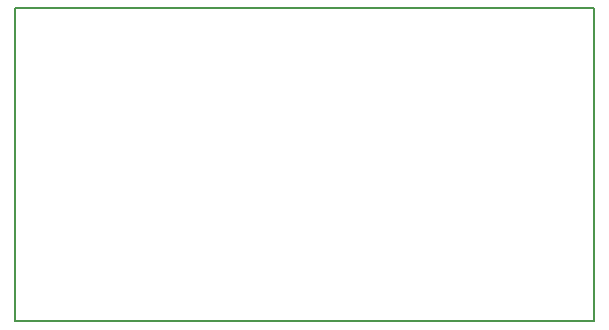
<source format=gm1>
G04 #@! TF.GenerationSoftware,KiCad,Pcbnew,no-vcs-found-7500~57~ubuntu16.04.1*
G04 #@! TF.CreationDate,2017-01-25T22:27:02+01:00*
G04 #@! TF.ProjectId,MultiUse_Battery_RFM69HCW,4D756C74695573655F42617474657279,rev?*
G04 #@! TF.FileFunction,Profile,NP*
%FSLAX46Y46*%
G04 Gerber Fmt 4.6, Leading zero omitted, Abs format (unit mm)*
G04 Created by KiCad (PCBNEW no-vcs-found-7500~57~ubuntu16.04.1) date Wed Jan 25 22:27:02 2017*
%MOMM*%
%LPD*%
G01*
G04 APERTURE LIST*
%ADD10C,0.100000*%
%ADD11C,0.150000*%
G04 APERTURE END LIST*
D10*
D11*
X131000000Y-52500000D02*
X82000000Y-52500000D01*
X131000000Y-79000000D02*
X131000000Y-52500000D01*
X82000000Y-79000000D02*
X131000000Y-79000000D01*
X82000000Y-52500000D02*
X82000000Y-79000000D01*
M02*

</source>
